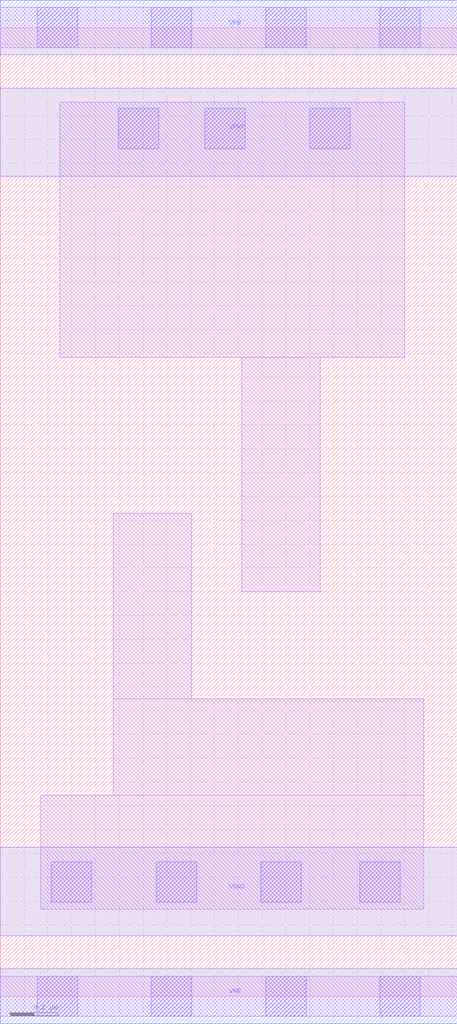
<source format=lef>
# Copyright 2020 The SkyWater PDK Authors
#
# Licensed under the Apache License, Version 2.0 (the "License");
# you may not use this file except in compliance with the License.
# You may obtain a copy of the License at
#
#     https://www.apache.org/licenses/LICENSE-2.0
#
# Unless required by applicable law or agreed to in writing, software
# distributed under the License is distributed on an "AS IS" BASIS,
# WITHOUT WARRANTIES OR CONDITIONS OF ANY KIND, either express or implied.
# See the License for the specific language governing permissions and
# limitations under the License.
#
# SPDX-License-Identifier: Apache-2.0

VERSION 5.5 ;
NAMESCASESENSITIVE ON ;
BUSBITCHARS "[]" ;
DIVIDERCHAR "/" ;
MACRO sky130_fd_sc_hvl__decap_4
  CLASS CORE ;
  SOURCE USER ;
  ORIGIN  0.000000  0.000000 ;
  SIZE  1.920000 BY  4.070000 ;
  SYMMETRY X Y ;
  SITE unithv ;
  PIN VGND
    DIRECTION INOUT ;
    USE GROUND ;
    PORT
      LAYER met1 ;
        RECT 0.000000 0.255000 1.920000 0.625000 ;
    END
  END VGND
  PIN VNB
    DIRECTION INOUT ;
    USE GROUND ;
    PORT
      LAYER met1 ;
        RECT 0.000000 -0.115000 1.920000 0.115000 ;
    END
  END VNB
  PIN VPB
    DIRECTION INOUT ;
    USE POWER ;
    PORT
      LAYER met1 ;
        RECT 0.000000 3.955000 1.920000 4.185000 ;
    END
  END VPB
  PIN VPWR
    DIRECTION INOUT ;
    USE POWER ;
    PORT
      LAYER met1 ;
        RECT 0.000000 3.445000 1.920000 3.815000 ;
    END
  END VPWR
  OBS
    LAYER li1 ;
      RECT 0.000000 -0.085000 1.920000 0.085000 ;
      RECT 0.000000  3.985000 1.920000 4.155000 ;
      RECT 0.170000  0.365000 1.780000 0.845000 ;
      RECT 0.250000  2.685000 1.700000 3.755000 ;
      RECT 0.475000  0.845000 1.780000 1.250000 ;
      RECT 0.475000  1.250000 0.805000 2.030000 ;
      RECT 1.015000  1.700000 1.345000 2.685000 ;
    LAYER mcon ;
      RECT 0.155000 -0.085000 0.325000 0.085000 ;
      RECT 0.155000  3.985000 0.325000 4.155000 ;
      RECT 0.215000  0.395000 0.385000 0.565000 ;
      RECT 0.495000  3.560000 0.665000 3.730000 ;
      RECT 0.635000 -0.085000 0.805000 0.085000 ;
      RECT 0.635000  3.985000 0.805000 4.155000 ;
      RECT 0.655000  0.395000 0.825000 0.565000 ;
      RECT 0.860000  3.560000 1.030000 3.730000 ;
      RECT 1.095000  0.395000 1.265000 0.565000 ;
      RECT 1.115000 -0.085000 1.285000 0.085000 ;
      RECT 1.115000  3.985000 1.285000 4.155000 ;
      RECT 1.300000  3.560000 1.470000 3.730000 ;
      RECT 1.510000  0.395000 1.680000 0.565000 ;
      RECT 1.595000 -0.085000 1.765000 0.085000 ;
      RECT 1.595000  3.985000 1.765000 4.155000 ;
  END
END sky130_fd_sc_hvl__decap_4
END LIBRARY

</source>
